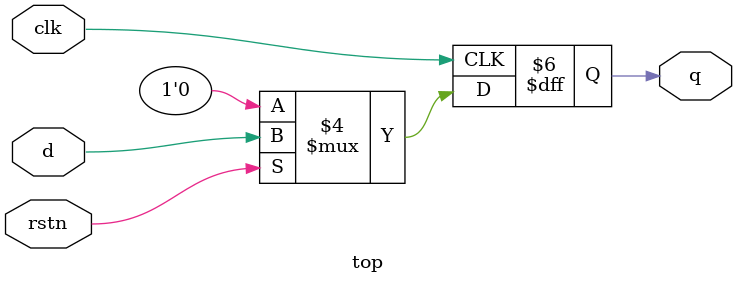
<source format=v>
`define INCLUDE_RSTN

module top (
    input clk, d,

`ifdef INCLUDE_RSTN
    input rstn,
`endif

    output reg q
);
    always @(posedge clk) begin
`ifdef INCLUDE_RSTN
        if (!rstn) begin
            q <= 0;
        end else
`endif
        begin
            q <= d;
        end
    end
endmodule
</source>
